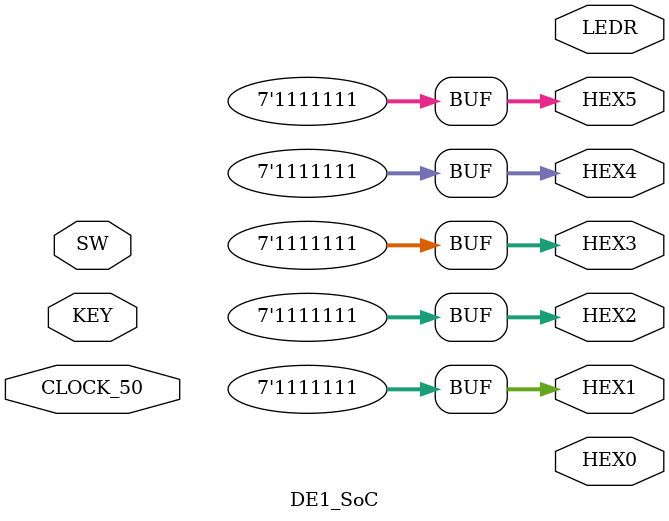
<source format=sv>
module DE1_SoC (HEX0, HEX1, HEX2, HEX3, HEX4, HEX5, KEY, SW, LEDR, CLOCK_50);
   output logic [6:0]  HEX0, HEX1, HEX2, HEX3, HEX4, HEX5;
	output logic [9:0]  LEDR;
   input  logic [3:0]  KEY;
   input  logic [9:0]  SW;
   input logic CLOCK_50;
	
	// assign unused hex displays
	assign HEX1 = 7'b1111111;
	assign HEX2 = 7'b1111111;
	assign HEX3 = 7'b1111111;
	assign HEX4 = 7'b1111111;
	assign HEX5 = 7'b1111111;
	
	// use logic to make interconnections
	//logic clk, reset, start, done;
	logic [7:0] A;
	logic [2:0] result;
	
	// synchronizing reset
	//always_ff @(posedge clk) begin
		//reset <= ~KEY[0];
	//end
	
	//assign clk = CLOCK_50;
	//assign start = SW[9];
	//assign A = SW[7:0];
	//assign LEDR[9] = done;
	
	// instantiting bit counter. SW[7:0] as input, SW[9] as start, LEDR[9] as done,
	// result to a bus connecting to the hex display module
	logic load_A, shift_en, done;
	logic [7:0] data;
	
	controller c (.clk(CLOCK_50), .reset(~KEY[0]), .start(SW[9]), .A, .load_A, .shift_en, .done);
	datapath dp (.clk(CLOCK_50), .reset(~KEY[0]), .data_in(A), .load_A, .shift_en, .result, .data);
	
	// instantiating hex driver. result bus as input, HEx0 as output
	//hex_driver hd1 (.in(result), .out(HEX0));
	
endmodule

</source>
